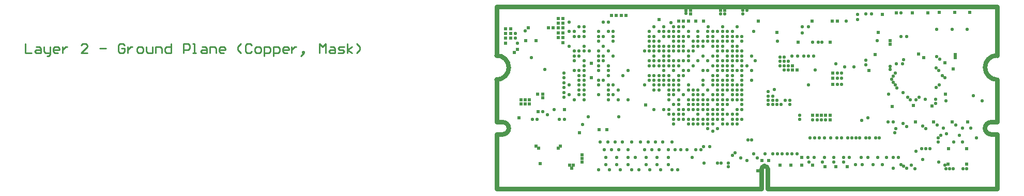
<source format=gbr>
G04 Layer_Physical_Order=2*
G04 Layer_Color=32768*
%FSLAX24Y24*%
%MOIN*%
%TF.FileFunction,Copper,L2,Inr,Plane*%
%TF.Part,Single*%
G01*
G75*
%TA.AperFunction,NonConductor*%
%ADD55C,0.0100*%
%ADD63C,0.0300*%
%TA.AperFunction,ViaPad*%
%ADD64C,0.0220*%
%ADD65C,0.0240*%
%TA.AperFunction,TestPad*%
%ADD66C,0.0220*%
%TA.AperFunction,ViaPad*%
%ADD67C,0.0230*%
D55*
X-30400Y9400D02*
Y8800D01*
X-30000D01*
X-29700Y9200D02*
X-29500D01*
X-29400Y9100D01*
Y8800D01*
X-29700D01*
X-29800Y8900D01*
X-29700Y9000D01*
X-29400D01*
X-29200Y9200D02*
Y8900D01*
X-29100Y8800D01*
X-28801D01*
Y8700D01*
X-28900Y8600D01*
X-29000D01*
X-28801Y8800D02*
Y9200D01*
X-28301Y8800D02*
X-28501D01*
X-28601Y8900D01*
Y9100D01*
X-28501Y9200D01*
X-28301D01*
X-28201Y9100D01*
Y9000D01*
X-28601D01*
X-28001Y9200D02*
Y8800D01*
Y9000D01*
X-27901Y9100D01*
X-27801Y9200D01*
X-27701D01*
X-26401Y8800D02*
X-26801D01*
X-26401Y9200D01*
Y9300D01*
X-26501Y9400D01*
X-26701D01*
X-26801Y9300D01*
X-25602Y9100D02*
X-25202D01*
X-24002Y9300D02*
X-24102Y9400D01*
X-24302D01*
X-24402Y9300D01*
Y8900D01*
X-24302Y8800D01*
X-24102D01*
X-24002Y8900D01*
Y9100D01*
X-24202D01*
X-23802Y9200D02*
Y8800D01*
Y9000D01*
X-23702Y9100D01*
X-23602Y9200D01*
X-23502D01*
X-23102Y8800D02*
X-22902D01*
X-22802Y8900D01*
Y9100D01*
X-22902Y9200D01*
X-23102D01*
X-23202Y9100D01*
Y8900D01*
X-23102Y8800D01*
X-22603Y9200D02*
Y8900D01*
X-22503Y8800D01*
X-22203D01*
Y9200D01*
X-22003Y8800D02*
Y9200D01*
X-21703D01*
X-21603Y9100D01*
Y8800D01*
X-21003Y9400D02*
Y8800D01*
X-21303D01*
X-21403Y8900D01*
Y9100D01*
X-21303Y9200D01*
X-21003D01*
X-20203Y8800D02*
Y9400D01*
X-19903D01*
X-19803Y9300D01*
Y9100D01*
X-19903Y9000D01*
X-20203D01*
X-19603Y8800D02*
X-19404D01*
X-19504D01*
Y9400D01*
X-19603D01*
X-19004Y9200D02*
X-18804D01*
X-18704Y9100D01*
Y8800D01*
X-19004D01*
X-19104Y8900D01*
X-19004Y9000D01*
X-18704D01*
X-18504Y8800D02*
Y9200D01*
X-18204D01*
X-18104Y9100D01*
Y8800D01*
X-17604D02*
X-17804D01*
X-17904Y8900D01*
Y9100D01*
X-17804Y9200D01*
X-17604D01*
X-17504Y9100D01*
Y9000D01*
X-17904D01*
X-16504Y8800D02*
X-16704Y9000D01*
Y9200D01*
X-16504Y9400D01*
X-15805Y9300D02*
X-15905Y9400D01*
X-16105D01*
X-16205Y9300D01*
Y8900D01*
X-16105Y8800D01*
X-15905D01*
X-15805Y8900D01*
X-15505Y8800D02*
X-15305D01*
X-15205Y8900D01*
Y9100D01*
X-15305Y9200D01*
X-15505D01*
X-15605Y9100D01*
Y8900D01*
X-15505Y8800D01*
X-15005Y8600D02*
Y9200D01*
X-14705D01*
X-14605Y9100D01*
Y8900D01*
X-14705Y8800D01*
X-15005D01*
X-14405Y8600D02*
Y9200D01*
X-14105D01*
X-14005Y9100D01*
Y8900D01*
X-14105Y8800D01*
X-14405D01*
X-13505D02*
X-13705D01*
X-13805Y8900D01*
Y9100D01*
X-13705Y9200D01*
X-13505D01*
X-13405Y9100D01*
Y9000D01*
X-13805D01*
X-13206Y9200D02*
Y8800D01*
Y9000D01*
X-13106Y9100D01*
X-13006Y9200D01*
X-12906D01*
X-12506Y8700D02*
X-12406Y8800D01*
Y8900D01*
X-12506D01*
Y8800D01*
X-12406D01*
X-12506Y8700D01*
X-12606Y8600D01*
X-11406Y8800D02*
Y9400D01*
X-11206Y9200D01*
X-11006Y9400D01*
Y8800D01*
X-10706Y9200D02*
X-10506D01*
X-10406Y9100D01*
Y8800D01*
X-10706D01*
X-10806Y8900D01*
X-10706Y9000D01*
X-10406D01*
X-10207Y8800D02*
X-9907D01*
X-9807Y8900D01*
X-9907Y9000D01*
X-10107D01*
X-10207Y9100D01*
X-10107Y9200D01*
X-9807D01*
X-9607Y8800D02*
Y9400D01*
Y9000D02*
X-9307Y9200D01*
X-9607Y9000D02*
X-9307Y8800D01*
X-9007D02*
X-8807Y9000D01*
Y9200D01*
X-9007Y9400D01*
D63*
X394Y3543D02*
G03*
X787Y3937I0J394D01*
G01*
D02*
G03*
X394Y4331I-394J0D01*
G01*
X0Y7087D02*
G03*
X787Y7874I0J787D01*
G01*
D02*
G03*
X0Y8661I-787J0D01*
G01*
X32283D02*
G03*
X31496Y7874I0J-787D01*
G01*
D02*
G03*
X32283Y7087I787J0D01*
G01*
X31890Y4331D02*
G03*
X31496Y3937I0J-394D01*
G01*
D02*
G03*
X31890Y3543I394J0D01*
G01*
X17480Y1299D02*
G03*
X17283Y1496I-197J0D01*
G01*
X17283D02*
G03*
X17087Y1299I0J-197D01*
G01*
X-0Y-0D02*
X0Y0D01*
X17087D01*
Y1299D01*
X17283Y1496D02*
X17283D01*
X17480Y0D02*
Y1299D01*
Y0D02*
X32283D01*
Y3150D01*
Y3543D01*
X31890D02*
X32283D01*
X31890Y4331D02*
X32283D01*
Y7087D01*
X32283Y8661D02*
X32283D01*
Y11811D01*
X0D02*
X32283D01*
X0Y8661D02*
Y11811D01*
Y8661D02*
X0D01*
X0Y4331D02*
Y7087D01*
Y4331D02*
X394D01*
X0Y3543D02*
X394D01*
X0Y-0D02*
Y3543D01*
X-0Y-0D02*
X0Y-0D01*
D64*
X25591Y2047D02*
D03*
X25906D02*
D03*
X25157D02*
D03*
X22913Y3307D02*
D03*
X22638D02*
D03*
X22244D02*
D03*
X21929D02*
D03*
X21535D02*
D03*
X21142D02*
D03*
X20827D02*
D03*
X20512D02*
D03*
X20197D02*
D03*
X21024Y1732D02*
D03*
X17323Y2283D02*
D03*
X17795D02*
D03*
X18110D02*
D03*
X18425D02*
D03*
X18740D02*
D03*
X19055D02*
D03*
X19370D02*
D03*
X20079Y2047D02*
D03*
X20157Y1732D02*
D03*
X20472Y2047D02*
D03*
X21142D02*
D03*
X21732Y1732D02*
D03*
X22362Y2047D02*
D03*
Y1732D02*
D03*
X21732Y2047D02*
D03*
X22756D02*
D03*
X23504D02*
D03*
X23583Y1575D02*
D03*
X23150D02*
D03*
X24291D02*
D03*
X24567Y2047D02*
D03*
X23937D02*
D03*
X24882Y1575D02*
D03*
X16811Y2008D02*
D03*
X16575Y2283D02*
D03*
X15748Y2008D02*
D03*
X16142Y1850D02*
D03*
X13189Y2559D02*
D03*
X13346Y2756D02*
D03*
X12598Y2047D02*
D03*
X12835Y2559D02*
D03*
X11496D02*
D03*
X11693Y1260D02*
D03*
X11890Y2559D02*
D03*
X12283D02*
D03*
X11299Y3031D02*
D03*
X11063Y2047D02*
D03*
Y2559D02*
D03*
X10354Y2047D02*
D03*
X9646D02*
D03*
X8937D02*
D03*
X8701Y3031D02*
D03*
X8465Y2559D02*
D03*
Y2047D02*
D03*
X7756D02*
D03*
X7047D02*
D03*
X10472Y2559D02*
D03*
X10000D02*
D03*
X9528D02*
D03*
X7874D02*
D03*
X7402D02*
D03*
X6929D02*
D03*
X30748Y6063D02*
D03*
X30591Y3937D02*
D03*
X30945Y3307D02*
D03*
X22559Y10866D02*
D03*
X23031Y7913D02*
D03*
X21870Y8110D02*
D03*
X22441Y7913D02*
D03*
X12047Y10512D02*
D03*
X11732D02*
D03*
Y9882D02*
D03*
X11417Y9252D02*
D03*
X23268Y11299D02*
D03*
Y10984D02*
D03*
X12362Y10197D02*
D03*
X11417Y10512D02*
D03*
X23819Y8031D02*
D03*
Y8346D02*
D03*
X24173Y11339D02*
D03*
X26063Y9882D02*
D03*
X26457D02*
D03*
Y4055D02*
D03*
X26220Y4252D02*
D03*
X27677Y3898D02*
D03*
X27480Y4094D02*
D03*
X29606Y4134D02*
D03*
X28819Y3937D02*
D03*
X28425Y4134D02*
D03*
X30039Y3937D02*
D03*
X25591Y4331D02*
D03*
X15197Y2165D02*
D03*
X11417Y4213D02*
D03*
X24528Y9606D02*
D03*
X16220Y3189D02*
D03*
X16457D02*
D03*
X14961Y1457D02*
D03*
X27953Y2598D02*
D03*
X27402D02*
D03*
X27677D02*
D03*
X23819Y3307D02*
D03*
X23425D02*
D03*
X23189D02*
D03*
X24449D02*
D03*
X24055D02*
D03*
X24685D02*
D03*
X9843Y9882D02*
D03*
X11732Y5787D02*
D03*
X19528Y4764D02*
D03*
Y4528D02*
D03*
X11102Y9252D02*
D03*
X26063Y11417D02*
D03*
X19409Y8622D02*
D03*
X19803D02*
D03*
X20118D02*
D03*
X20433D02*
D03*
X19055D02*
D03*
X25669Y3661D02*
D03*
X28661Y3465D02*
D03*
X16457Y8622D02*
D03*
X15512Y8937D02*
D03*
X15827D02*
D03*
X14567Y8307D02*
D03*
X14882Y7992D02*
D03*
X14567D02*
D03*
X14882Y8307D02*
D03*
Y7677D02*
D03*
X15197Y8307D02*
D03*
X15512D02*
D03*
X15827D02*
D03*
X15197Y7677D02*
D03*
X16457D02*
D03*
X16142Y7992D02*
D03*
X16457Y7047D02*
D03*
X14252Y7992D02*
D03*
X15827Y7677D02*
D03*
Y7992D02*
D03*
X15512Y7677D02*
D03*
X13937Y8622D02*
D03*
X14567Y7677D02*
D03*
X15197Y7362D02*
D03*
X13937Y7992D02*
D03*
X14252Y7677D02*
D03*
X15827Y7047D02*
D03*
X14882Y7362D02*
D03*
Y7047D02*
D03*
X27047Y2441D02*
D03*
X15827Y8622D02*
D03*
X14882D02*
D03*
X15197D02*
D03*
Y9252D02*
D03*
X15512D02*
D03*
Y8622D02*
D03*
X26457Y1339D02*
D03*
X26732Y1535D02*
D03*
X26969Y1299D02*
D03*
X28465Y3031D02*
D03*
Y3307D02*
D03*
X28504Y1732D02*
D03*
X31299Y5709D02*
D03*
X11732Y9567D02*
D03*
X12047Y8937D02*
D03*
X12677Y9567D02*
D03*
Y9252D02*
D03*
X29843Y3465D02*
D03*
X29488Y3031D02*
D03*
X29016Y3583D02*
D03*
X13937Y9567D02*
D03*
Y10197D02*
D03*
X14252D02*
D03*
X14567Y10512D02*
D03*
X30039Y3031D02*
D03*
X20748Y9528D02*
D03*
X15197Y9882D02*
D03*
Y9567D02*
D03*
X14567Y10197D02*
D03*
X13622Y9882D02*
D03*
Y10197D02*
D03*
X14252Y9567D02*
D03*
X14882Y8937D02*
D03*
X15197D02*
D03*
X15827Y9882D02*
D03*
X18110Y9567D02*
D03*
X14882D02*
D03*
X20394Y9528D02*
D03*
X14567Y9567D02*
D03*
X13937Y9882D02*
D03*
X12047D02*
D03*
X13740Y2756D02*
D03*
X14488Y1693D02*
D03*
X14252D02*
D03*
X13386D02*
D03*
X15827Y5157D02*
D03*
X15512D02*
D03*
X15827Y6102D02*
D03*
Y6417D02*
D03*
X15512Y6102D02*
D03*
X15197Y6417D02*
D03*
X14567Y5157D02*
D03*
X15512Y4213D02*
D03*
X15197D02*
D03*
X15512Y4843D02*
D03*
Y4528D02*
D03*
X15197D02*
D03*
Y4843D02*
D03*
X14567Y4528D02*
D03*
Y4843D02*
D03*
X14882Y5787D02*
D03*
X14252Y4843D02*
D03*
Y4528D02*
D03*
X13937Y3740D02*
D03*
X13622Y5157D02*
D03*
Y3898D02*
D03*
Y4213D02*
D03*
X12992Y4843D02*
D03*
X12992Y5157D02*
D03*
Y4213D02*
D03*
X13307Y4528D02*
D03*
X12992D02*
D03*
X12362D02*
D03*
X12047D02*
D03*
X12677Y5472D02*
D03*
X11417Y4843D02*
D03*
Y4528D02*
D03*
X12362Y5157D02*
D03*
X8110Y3031D02*
D03*
X7638D02*
D03*
X7165D02*
D03*
X6693D02*
D03*
X14252Y5472D02*
D03*
X13937Y5787D02*
D03*
Y4843D02*
D03*
X13622D02*
D03*
Y5472D02*
D03*
X16575Y10197D02*
D03*
X25276Y6142D02*
D03*
X14567Y8937D02*
D03*
X19724Y10118D02*
D03*
X20118Y10512D02*
D03*
X19724D02*
D03*
X14252Y6102D02*
D03*
X13622Y4528D02*
D03*
Y5787D02*
D03*
X13307D02*
D03*
X12677D02*
D03*
X11417Y5472D02*
D03*
X11102Y5157D02*
D03*
X9173Y1260D02*
D03*
X9882D02*
D03*
X9646Y1575D02*
D03*
X10354D02*
D03*
X10591Y1260D02*
D03*
X11063Y1575D02*
D03*
X11299Y1260D02*
D03*
X8701D02*
D03*
X8465Y1575D02*
D03*
X7992Y1260D02*
D03*
X7756Y1575D02*
D03*
X7047D02*
D03*
X7283Y1260D02*
D03*
X6575D02*
D03*
X10787Y5157D02*
D03*
X10157D02*
D03*
X4331Y7520D02*
D03*
Y7205D02*
D03*
Y6890D02*
D03*
Y6575D02*
D03*
Y6260D02*
D03*
Y5945D02*
D03*
X11102Y10197D02*
D03*
X6575Y9567D02*
D03*
X5315Y6732D02*
D03*
X10787Y7362D02*
D03*
Y7047D02*
D03*
X10472D02*
D03*
X10157Y6417D02*
D03*
X10787Y7677D02*
D03*
X11102Y6732D02*
D03*
X8465Y7677D02*
D03*
X5315Y6102D02*
D03*
X10787Y7992D02*
D03*
X10157Y7362D02*
D03*
X9843Y7047D02*
D03*
X5315Y6417D02*
D03*
X11102Y7362D02*
D03*
X5315Y7047D02*
D03*
X11417Y6417D02*
D03*
X8465Y5787D02*
D03*
X11102D02*
D03*
X10157Y6732D02*
D03*
X13307Y5472D02*
D03*
X15512Y6732D02*
D03*
X12047Y8307D02*
D03*
X12362Y8937D02*
D03*
X11732D02*
D03*
X12677Y6417D02*
D03*
X12362D02*
D03*
X12677Y6102D02*
D03*
X12362Y7677D02*
D03*
X11732Y6417D02*
D03*
X5000Y9882D02*
D03*
X7520Y8622D02*
D03*
X10472Y6732D02*
D03*
X11102Y7047D02*
D03*
X10157D02*
D03*
X10787Y9252D02*
D03*
X7835Y5787D02*
D03*
X11102Y6417D02*
D03*
X5315Y7362D02*
D03*
X5000Y7677D02*
D03*
X9528Y6732D02*
D03*
X11102Y6102D02*
D03*
X10787Y6732D02*
D03*
X8150Y7362D02*
D03*
X10787Y8307D02*
D03*
Y8937D02*
D03*
X11417Y8307D02*
D03*
Y7992D02*
D03*
Y7677D02*
D03*
X7205Y8937D02*
D03*
X10787Y8622D02*
D03*
X5315Y8937D02*
D03*
X5630D02*
D03*
X10157Y8307D02*
D03*
X10472D02*
D03*
Y7992D02*
D03*
X10157D02*
D03*
X5000Y8937D02*
D03*
X5630Y8307D02*
D03*
X9843Y7992D02*
D03*
Y8307D02*
D03*
X6575Y8622D02*
D03*
X5630Y9252D02*
D03*
X10157D02*
D03*
X5315Y8622D02*
D03*
X6890Y9252D02*
D03*
X9843Y8937D02*
D03*
X9528D02*
D03*
X6575D02*
D03*
X10157Y8937D02*
D03*
X10472Y8937D02*
D03*
X11102D02*
D03*
X6890Y8307D02*
D03*
X5630Y9882D02*
D03*
X9843Y10197D02*
D03*
X10157Y9882D02*
D03*
Y9567D02*
D03*
X10472Y9252D02*
D03*
X6890Y10827D02*
D03*
X10787Y10197D02*
D03*
X5630Y10512D02*
D03*
X10157D02*
D03*
X6575Y10197D02*
D03*
Y9882D02*
D03*
X6890D02*
D03*
X5630Y10197D02*
D03*
X9843Y9567D02*
D03*
X5315Y10512D02*
D03*
X10787D02*
D03*
X5315Y9882D02*
D03*
X9843Y9252D02*
D03*
X7205Y10197D02*
D03*
X7835Y6417D02*
D03*
X9843Y7362D02*
D03*
X4055Y4528D02*
D03*
X4370D02*
D03*
X2992Y5000D02*
D03*
X5551Y4173D02*
D03*
X12362Y5472D02*
D03*
X11732Y5157D02*
D03*
Y4843D02*
D03*
X12677Y5157D02*
D03*
X2598Y4528D02*
D03*
X2323D02*
D03*
X12362Y4213D02*
D03*
X12677D02*
D03*
X11732Y4528D02*
D03*
X11102Y4843D02*
D03*
X7874Y4685D02*
D03*
X12047Y5157D02*
D03*
X5906Y4685D02*
D03*
X3701Y5157D02*
D03*
X11732Y9252D02*
D03*
X11260Y10787D02*
D03*
X1339Y9449D02*
D03*
X15197Y10197D02*
D03*
X15512Y9882D02*
D03*
X12992Y9567D02*
D03*
X25709Y7520D02*
D03*
X25591Y7323D02*
D03*
X25709Y6732D02*
D03*
X25827Y6535D02*
D03*
X25591Y6929D02*
D03*
X26220Y6260D02*
D03*
X14252Y9252D02*
D03*
Y8937D02*
D03*
X27244Y5945D02*
D03*
X27047Y5787D02*
D03*
X26693D02*
D03*
X26496Y5945D02*
D03*
X13937Y9252D02*
D03*
X12362Y9882D02*
D03*
X11102D02*
D03*
X12992Y9252D02*
D03*
X14882Y10197D02*
D03*
X15512Y10512D02*
D03*
X25472Y7126D02*
D03*
X14882Y9882D02*
D03*
X9291Y3031D02*
D03*
X9764D02*
D03*
X10236D02*
D03*
X10709D02*
D03*
X13307Y4213D02*
D03*
X28346Y6575D02*
D03*
X28543Y6732D02*
D03*
X28346Y7835D02*
D03*
X14252Y5787D02*
D03*
X14567Y5472D02*
D03*
X14882D02*
D03*
X13937Y4213D02*
D03*
Y4528D02*
D03*
X14252Y5157D02*
D03*
X14567Y4213D02*
D03*
X14882D02*
D03*
X14252Y3898D02*
D03*
X26260Y8386D02*
D03*
X26181Y8110D02*
D03*
X25787D02*
D03*
X27638Y5827D02*
D03*
X28307Y5551D02*
D03*
Y5827D02*
D03*
X28976Y5709D02*
D03*
X11417Y10197D02*
D03*
X12992Y9882D02*
D03*
X13307Y9567D02*
D03*
X30354Y10344D02*
D03*
X29370D02*
D03*
X28386D02*
D03*
Y8583D02*
D03*
X28583Y8425D02*
D03*
X28502Y7679D02*
D03*
X28740Y7362D02*
D03*
X28896Y7207D02*
D03*
X12992Y10197D02*
D03*
X30315Y1299D02*
D03*
X30079D02*
D03*
X12677Y8937D02*
D03*
X28898Y1535D02*
D03*
X29449Y1299D02*
D03*
X29213D02*
D03*
X28976D02*
D03*
X25591Y1339D02*
D03*
X26063Y1575D02*
D03*
X15827Y5472D02*
D03*
X15197Y5787D02*
D03*
Y6102D02*
D03*
X14567Y5787D02*
D03*
X15512Y6417D02*
D03*
X14252D02*
D03*
X14567D02*
D03*
X14882D02*
D03*
X15827Y5787D02*
D03*
X14567Y6732D02*
D03*
X14882D02*
D03*
X14252D02*
D03*
Y7047D02*
D03*
X15197Y6732D02*
D03*
Y7047D02*
D03*
X15827Y6732D02*
D03*
X13937Y7047D02*
D03*
X14252Y7362D02*
D03*
Y8622D02*
D03*
X26260Y1496D02*
D03*
X25748Y3898D02*
D03*
X16693Y8307D02*
D03*
X25236Y4331D02*
D03*
X20984Y9528D02*
D03*
X20118Y6732D02*
D03*
X23937Y4606D02*
D03*
X13307Y6732D02*
D03*
X11417D02*
D03*
Y7047D02*
D03*
X13622Y9567D02*
D03*
X13307Y7677D02*
D03*
X13661Y10512D02*
D03*
X15394Y2362D02*
D03*
X27480Y1929D02*
D03*
X11417Y8937D02*
D03*
X14961Y1693D02*
D03*
X3268Y4803D02*
D03*
X20551Y7717D02*
D03*
D65*
X21654Y10866D02*
D03*
X21969D02*
D03*
X24409Y8701D02*
D03*
X24016Y7677D02*
D03*
X20354Y10866D02*
D03*
X27205Y8740D02*
D03*
X30394Y4331D02*
D03*
X29370D02*
D03*
X28189D02*
D03*
X27008D02*
D03*
X26870Y5413D02*
D03*
X28071Y5394D02*
D03*
X19685Y1535D02*
D03*
X16850Y1181D02*
D03*
X24882Y11299D02*
D03*
X14449Y11575D02*
D03*
X14724D02*
D03*
X12520D02*
D03*
Y11339D02*
D03*
X29587Y8701D02*
D03*
X2126Y5512D02*
D03*
Y5787D02*
D03*
X1575D02*
D03*
Y5512D02*
D03*
X1850D02*
D03*
X21693Y7520D02*
D03*
Y7165D02*
D03*
Y6772D02*
D03*
X24606Y10157D02*
D03*
X16890Y10866D02*
D03*
X591Y9449D02*
D03*
Y9764D02*
D03*
Y10065D02*
D03*
Y10394D02*
D03*
X2047Y10433D02*
D03*
X4291Y9488D02*
D03*
X3976Y11063D02*
D03*
X21496Y4488D02*
D03*
Y4764D02*
D03*
X21220D02*
D03*
X20394Y1535D02*
D03*
X18976D02*
D03*
X18268D02*
D03*
X19685Y2047D02*
D03*
X17559Y1850D02*
D03*
X17126D02*
D03*
X25512Y5354D02*
D03*
X25787Y11417D02*
D03*
X19449Y9528D02*
D03*
X25394Y9606D02*
D03*
Y9370D02*
D03*
X29449Y7795D02*
D03*
X6614Y3858D02*
D03*
X7126D02*
D03*
X2795Y1654D02*
D03*
X1850Y5787D02*
D03*
X2638Y6142D02*
D03*
X9606Y5433D02*
D03*
X6102Y7205D02*
D03*
X4843Y1339D02*
D03*
X4961Y1535D02*
D03*
X4724D02*
D03*
X5512Y1732D02*
D03*
Y1969D02*
D03*
Y2205D02*
D03*
X2717Y2638D02*
D03*
X2559Y2795D02*
D03*
X4118Y2772D02*
D03*
X3971Y2632D02*
D03*
X2992Y6142D02*
D03*
Y5906D02*
D03*
X6102Y8150D02*
D03*
X5354Y3661D02*
D03*
X2677Y5000D02*
D03*
X1457Y4606D02*
D03*
X4370Y5157D02*
D03*
X1339Y9055D02*
D03*
X2559Y9606D02*
D03*
X906Y10394D02*
D03*
Y10079D02*
D03*
Y9764D02*
D03*
X1890Y9606D02*
D03*
X1142Y8858D02*
D03*
X3346Y10433D02*
D03*
X3661D02*
D03*
X3976D02*
D03*
Y10748D02*
D03*
Y10118D02*
D03*
X12047Y10866D02*
D03*
X12362D02*
D03*
X11732D02*
D03*
X12835D02*
D03*
X27559Y8504D02*
D03*
X28898Y8189D02*
D03*
X29587Y8504D02*
D03*
X28937Y6142D02*
D03*
X28543Y11457D02*
D03*
X29528D02*
D03*
X30512D02*
D03*
X27795Y11417D02*
D03*
X26811D02*
D03*
X30325Y1614D02*
D03*
X29134Y2598D02*
D03*
X30315D02*
D03*
X29124Y1614D02*
D03*
X21890Y1457D02*
D03*
X22598D02*
D03*
X21181D02*
D03*
X21496Y9528D02*
D03*
X20945Y4764D02*
D03*
X20669D02*
D03*
X20394D02*
D03*
X8346Y11260D02*
D03*
X8031D02*
D03*
X7717D02*
D03*
X7402D02*
D03*
X3976Y9803D02*
D03*
X4291D02*
D03*
Y10118D02*
D03*
Y10433D02*
D03*
Y10748D02*
D03*
Y11063D02*
D03*
X13346Y10866D02*
D03*
X18071Y10157D02*
D03*
X10472Y10984D02*
D03*
X19094Y7992D02*
D03*
Y7717D02*
D03*
X19370D02*
D03*
X12205Y11575D02*
D03*
D66*
X23819Y11339D02*
D03*
X23543Y4449D02*
D03*
D67*
X16142Y11575D02*
D03*
X14724Y11339D02*
D03*
X14449D02*
D03*
X15866Y11575D02*
D03*
Y11339D02*
D03*
X21220Y4488D02*
D03*
X20945D02*
D03*
X20669D02*
D03*
X20394D02*
D03*
X11417Y6102D02*
D03*
X11102Y8628D02*
D03*
X17913Y6457D02*
D03*
X18898Y5472D02*
D03*
Y5748D02*
D03*
X18622D02*
D03*
X18346Y5472D02*
D03*
X18071Y5748D02*
D03*
Y5472D02*
D03*
X17795D02*
D03*
Y5748D02*
D03*
Y6024D02*
D03*
X17520Y5472D02*
D03*
Y5748D02*
D03*
Y6024D02*
D03*
Y6299D02*
D03*
X22244Y7520D02*
D03*
X21969D02*
D03*
Y6772D02*
D03*
X22244Y7165D02*
D03*
X21969D02*
D03*
X22244Y6772D02*
D03*
X1220Y9764D02*
D03*
Y10079D02*
D03*
X1850Y10236D02*
D03*
X12205Y11378D02*
D03*
X14567Y6102D02*
D03*
X12992D02*
D03*
X3110Y7756D02*
D03*
X5984Y8937D02*
D03*
X5000Y5787D02*
D03*
X5630Y6417D02*
D03*
X6575Y7677D02*
D03*
X5630Y6732D02*
D03*
X6575D02*
D03*
Y7047D02*
D03*
X6890Y7047D02*
D03*
X5630Y7677D02*
D03*
X7205Y5787D02*
D03*
Y6102D02*
D03*
X5315Y7677D02*
D03*
X7205Y7362D02*
D03*
X10472D02*
D03*
X6575Y7992D02*
D03*
Y8307D02*
D03*
X10472Y6417D02*
D03*
X11417Y9567D02*
D03*
Y9882D02*
D03*
X12047Y7362D02*
D03*
X11732D02*
D03*
X12992Y5787D02*
D03*
Y5472D02*
D03*
X12362Y5787D02*
D03*
X14567Y7047D02*
D03*
X12992Y6417D02*
D03*
X13307Y7047D02*
D03*
X13937Y6102D02*
D03*
Y6732D02*
D03*
X13622Y6417D02*
D03*
X13937Y7362D02*
D03*
X13622Y7677D02*
D03*
X10472Y9567D02*
D03*
Y10197D02*
D03*
X12677Y4528D02*
D03*
X13307Y5157D02*
D03*
X13937D02*
D03*
X14882Y4843D02*
D03*
X15512Y5787D02*
D03*
X15827Y7362D02*
D03*
X15197Y7992D02*
D03*
X15827Y4528D02*
D03*
Y9567D02*
D03*
X14567Y9252D02*
D03*
Y9882D02*
D03*
X14252Y8307D02*
D03*
X13622D02*
D03*
X13307Y8622D02*
D03*
X12047Y7677D02*
D03*
X12362Y8307D02*
D03*
Y8622D02*
D03*
X12992Y8307D02*
D03*
X11732D02*
D03*
Y7047D02*
D03*
X12047Y9252D02*
D03*
Y9567D02*
D03*
X11732Y10197D02*
D03*
X12362Y6732D02*
D03*
X12047Y4843D02*
D03*
X11732Y5472D02*
D03*
Y6732D02*
D03*
X11102Y7992D02*
D03*
X11732Y7992D02*
D03*
X12047Y6102D02*
D03*
X5000Y8307D02*
D03*
X4685Y10827D02*
D03*
Y10197D02*
D03*
X5000D02*
D03*
X4685Y9252D02*
D03*
X5000Y8622D02*
D03*
X4685Y6732D02*
D03*
Y6102D02*
D03*
X7205Y10827D02*
D03*
X7520Y10197D02*
D03*
Y9882D02*
D03*
Y9567D02*
D03*
X6890Y8622D02*
D03*
X7205Y7992D02*
D03*
X7520Y6732D02*
D03*
Y6102D02*
D03*
X7205Y7677D02*
D03*
X5630Y7362D02*
D03*
Y5787D02*
D03*
Y7992D02*
D03*
X7205Y6732D02*
D03*
Y6417D02*
D03*
X5630Y6102D02*
D03*
X6575D02*
D03*
X5630Y7047D02*
D03*
X11102Y8307D02*
D03*
X10157Y8622D02*
D03*
X10787Y9882D02*
D03*
X2244Y8504D02*
D03*
X12677Y7992D02*
D03*
X13307Y9252D02*
D03*
X25394Y7953D02*
D03*
Y7756D02*
D03*
X13307Y6102D02*
D03*
X18268Y8543D02*
D03*
X18543D02*
D03*
X18268Y8268D02*
D03*
X18543D02*
D03*
X18819D02*
D03*
Y7992D02*
D03*
X18543D02*
D03*
X18268D02*
D03*
X18543Y7717D02*
D03*
X18819D02*
D03*
%TF.MD5,809e01219aec604e12df24ba0c57c718*%
M02*

</source>
